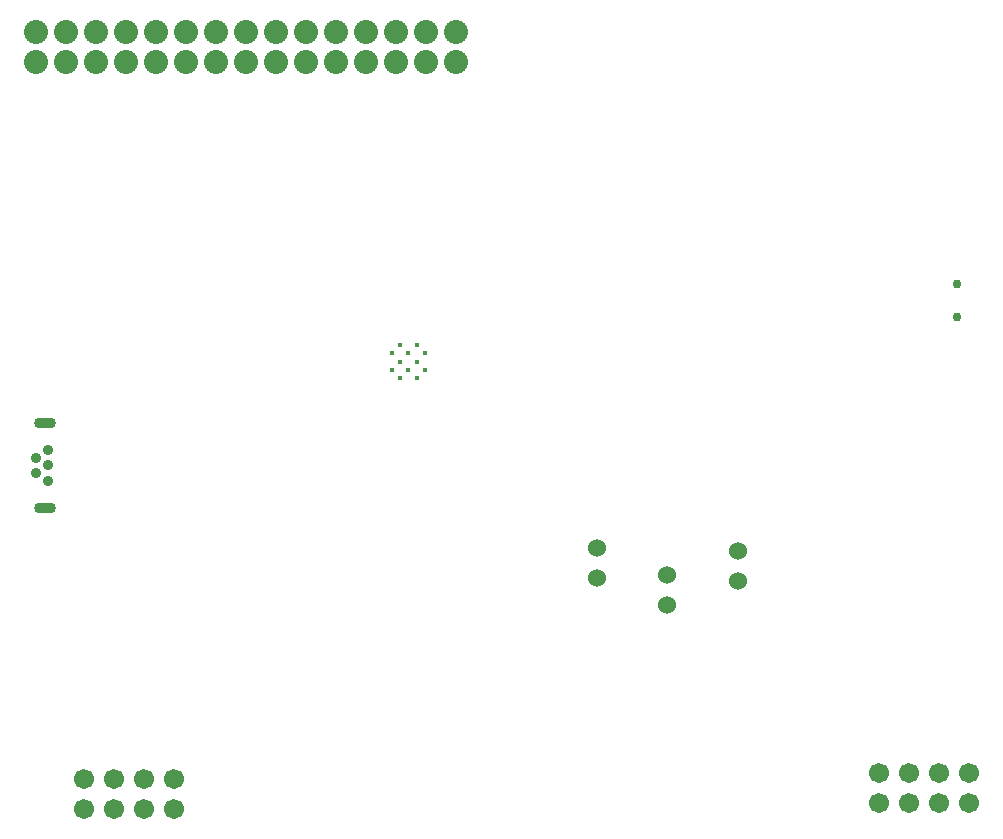
<source format=gbr>
%FSTAX23Y23*%
%MOMM*%
%SFA1B1*%

%IPPOS*%
%ADD61C,1.701797*%
%ADD70C,1.523997*%
%ADD71C,2.031996*%
%ADD72C,0.399999*%
%ADD73C,0.899998*%
%ADD74O,1.849996X0.899998*%
%ADD75C,0.749999*%
%LNpcb1_pads_bot-1*%
%LPD*%
G54D61*
X0635Y04445D03*
X0889D03*
X1143D03*
X1397D03*
X0635Y06985D03*
X0889D03*
X1143D03*
X1397D03*
X7366Y04953D03*
X762D03*
X7874D03*
X8128D03*
X7366Y07493D03*
X762D03*
X7874D03*
X8128D03*
G54D70*
X49784Y24003D03*
Y26543D03*
X61722Y23749D03*
Y26289D03*
X55753Y21717D03*
Y24257D03*
G54D71*
X37846Y67691D03*
Y70231D03*
X35306Y67691D03*
Y70231D03*
X32766Y67691D03*
Y70231D03*
X30226Y67691D03*
Y70231D03*
X27686Y67691D03*
Y70231D03*
X25146Y67691D03*
Y70231D03*
X22606Y67691D03*
Y70231D03*
X20066Y67691D03*
Y70231D03*
X17526Y67691D03*
Y70231D03*
X14986Y67691D03*
Y70231D03*
X12446Y67691D03*
Y70231D03*
X09906Y67691D03*
Y70231D03*
X07366Y67691D03*
Y70231D03*
X04826Y67691D03*
Y70231D03*
X02286Y67691D03*
Y70231D03*
G54D72*
X33818Y43017D03*
X32418D03*
X35218D03*
X32418Y41617D03*
X33818D03*
X35218D03*
X33118Y43717D03*
X34518D03*
X33118Y42317D03*
X34518D03*
X33118Y40917D03*
X34518D03*
G54D73*
X02286Y32893D03*
Y34192D03*
X03285Y32242D03*
Y33542D03*
Y34842D03*
G54D74*
X03065Y37117D03*
Y29967D03*
G54D75*
X80264Y4885D03*
Y46101D03*
M02*
</source>
